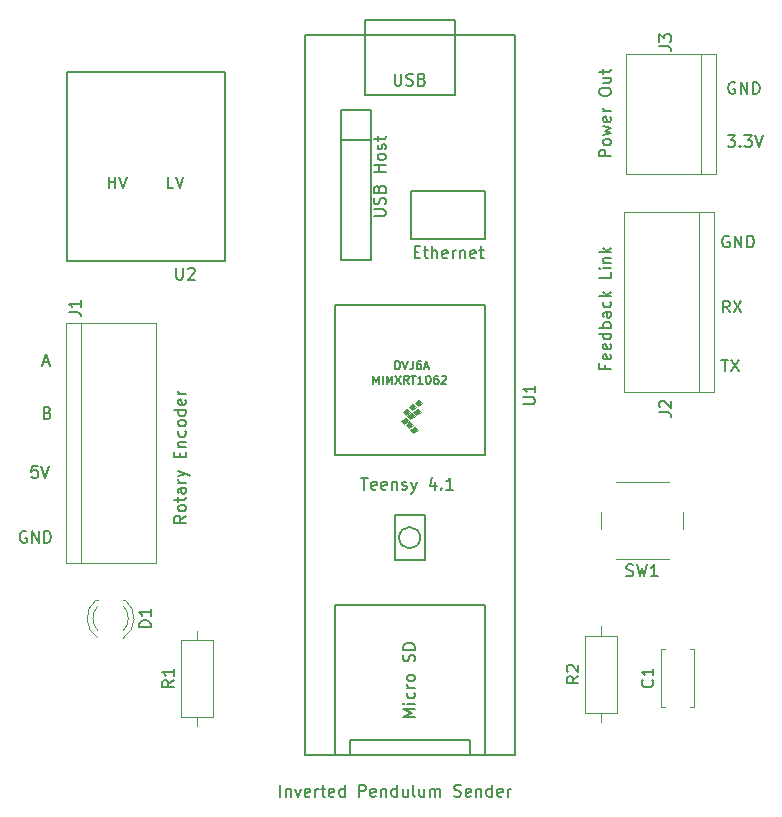
<source format=gbr>
%TF.GenerationSoftware,KiCad,Pcbnew,7.0.7*%
%TF.CreationDate,2023-10-16T12:51:43+02:00*%
%TF.ProjectId,kicad_pendulum_sender1,6b696361-645f-4706-956e-64756c756d5f,1.0*%
%TF.SameCoordinates,Original*%
%TF.FileFunction,Legend,Top*%
%TF.FilePolarity,Positive*%
%FSLAX46Y46*%
G04 Gerber Fmt 4.6, Leading zero omitted, Abs format (unit mm)*
G04 Created by KiCad (PCBNEW 7.0.7) date 2023-10-16 12:51:43*
%MOMM*%
%LPD*%
G01*
G04 APERTURE LIST*
%ADD10C,0.150000*%
%ADD11C,0.120000*%
%ADD12C,0.100000*%
%ADD13C,0.127000*%
G04 APERTURE END LIST*
D10*
X170369819Y-80163220D02*
X169369819Y-80163220D01*
X169369819Y-80163220D02*
X169369819Y-79782268D01*
X169369819Y-79782268D02*
X169417438Y-79687030D01*
X169417438Y-79687030D02*
X169465057Y-79639411D01*
X169465057Y-79639411D02*
X169560295Y-79591792D01*
X169560295Y-79591792D02*
X169703152Y-79591792D01*
X169703152Y-79591792D02*
X169798390Y-79639411D01*
X169798390Y-79639411D02*
X169846009Y-79687030D01*
X169846009Y-79687030D02*
X169893628Y-79782268D01*
X169893628Y-79782268D02*
X169893628Y-80163220D01*
X170369819Y-79020363D02*
X170322200Y-79115601D01*
X170322200Y-79115601D02*
X170274580Y-79163220D01*
X170274580Y-79163220D02*
X170179342Y-79210839D01*
X170179342Y-79210839D02*
X169893628Y-79210839D01*
X169893628Y-79210839D02*
X169798390Y-79163220D01*
X169798390Y-79163220D02*
X169750771Y-79115601D01*
X169750771Y-79115601D02*
X169703152Y-79020363D01*
X169703152Y-79020363D02*
X169703152Y-78877506D01*
X169703152Y-78877506D02*
X169750771Y-78782268D01*
X169750771Y-78782268D02*
X169798390Y-78734649D01*
X169798390Y-78734649D02*
X169893628Y-78687030D01*
X169893628Y-78687030D02*
X170179342Y-78687030D01*
X170179342Y-78687030D02*
X170274580Y-78734649D01*
X170274580Y-78734649D02*
X170322200Y-78782268D01*
X170322200Y-78782268D02*
X170369819Y-78877506D01*
X170369819Y-78877506D02*
X170369819Y-79020363D01*
X169703152Y-78353696D02*
X170369819Y-78163220D01*
X170369819Y-78163220D02*
X169893628Y-77972744D01*
X169893628Y-77972744D02*
X170369819Y-77782268D01*
X170369819Y-77782268D02*
X169703152Y-77591792D01*
X170322200Y-76829887D02*
X170369819Y-76925125D01*
X170369819Y-76925125D02*
X170369819Y-77115601D01*
X170369819Y-77115601D02*
X170322200Y-77210839D01*
X170322200Y-77210839D02*
X170226961Y-77258458D01*
X170226961Y-77258458D02*
X169846009Y-77258458D01*
X169846009Y-77258458D02*
X169750771Y-77210839D01*
X169750771Y-77210839D02*
X169703152Y-77115601D01*
X169703152Y-77115601D02*
X169703152Y-76925125D01*
X169703152Y-76925125D02*
X169750771Y-76829887D01*
X169750771Y-76829887D02*
X169846009Y-76782268D01*
X169846009Y-76782268D02*
X169941247Y-76782268D01*
X169941247Y-76782268D02*
X170036485Y-77258458D01*
X170369819Y-76353696D02*
X169703152Y-76353696D01*
X169893628Y-76353696D02*
X169798390Y-76306077D01*
X169798390Y-76306077D02*
X169750771Y-76258458D01*
X169750771Y-76258458D02*
X169703152Y-76163220D01*
X169703152Y-76163220D02*
X169703152Y-76067982D01*
X169369819Y-74782267D02*
X169369819Y-74591791D01*
X169369819Y-74591791D02*
X169417438Y-74496553D01*
X169417438Y-74496553D02*
X169512676Y-74401315D01*
X169512676Y-74401315D02*
X169703152Y-74353696D01*
X169703152Y-74353696D02*
X170036485Y-74353696D01*
X170036485Y-74353696D02*
X170226961Y-74401315D01*
X170226961Y-74401315D02*
X170322200Y-74496553D01*
X170322200Y-74496553D02*
X170369819Y-74591791D01*
X170369819Y-74591791D02*
X170369819Y-74782267D01*
X170369819Y-74782267D02*
X170322200Y-74877505D01*
X170322200Y-74877505D02*
X170226961Y-74972743D01*
X170226961Y-74972743D02*
X170036485Y-75020362D01*
X170036485Y-75020362D02*
X169703152Y-75020362D01*
X169703152Y-75020362D02*
X169512676Y-74972743D01*
X169512676Y-74972743D02*
X169417438Y-74877505D01*
X169417438Y-74877505D02*
X169369819Y-74782267D01*
X169703152Y-73496553D02*
X170369819Y-73496553D01*
X169703152Y-73925124D02*
X170226961Y-73925124D01*
X170226961Y-73925124D02*
X170322200Y-73877505D01*
X170322200Y-73877505D02*
X170369819Y-73782267D01*
X170369819Y-73782267D02*
X170369819Y-73639410D01*
X170369819Y-73639410D02*
X170322200Y-73544172D01*
X170322200Y-73544172D02*
X170274580Y-73496553D01*
X169703152Y-73163219D02*
X169703152Y-72782267D01*
X169369819Y-73020362D02*
X170226961Y-73020362D01*
X170226961Y-73020362D02*
X170322200Y-72972743D01*
X170322200Y-72972743D02*
X170369819Y-72877505D01*
X170369819Y-72877505D02*
X170369819Y-72782267D01*
X127836779Y-82869819D02*
X127836779Y-81869819D01*
X127836779Y-82346009D02*
X128408207Y-82346009D01*
X128408207Y-82869819D02*
X128408207Y-81869819D01*
X128741541Y-81869819D02*
X129074874Y-82869819D01*
X129074874Y-82869819D02*
X129408207Y-81869819D01*
X180860588Y-73917438D02*
X180765350Y-73869819D01*
X180765350Y-73869819D02*
X180622493Y-73869819D01*
X180622493Y-73869819D02*
X180479636Y-73917438D01*
X180479636Y-73917438D02*
X180384398Y-74012676D01*
X180384398Y-74012676D02*
X180336779Y-74107914D01*
X180336779Y-74107914D02*
X180289160Y-74298390D01*
X180289160Y-74298390D02*
X180289160Y-74441247D01*
X180289160Y-74441247D02*
X180336779Y-74631723D01*
X180336779Y-74631723D02*
X180384398Y-74726961D01*
X180384398Y-74726961D02*
X180479636Y-74822200D01*
X180479636Y-74822200D02*
X180622493Y-74869819D01*
X180622493Y-74869819D02*
X180717731Y-74869819D01*
X180717731Y-74869819D02*
X180860588Y-74822200D01*
X180860588Y-74822200D02*
X180908207Y-74774580D01*
X180908207Y-74774580D02*
X180908207Y-74441247D01*
X180908207Y-74441247D02*
X180717731Y-74441247D01*
X181336779Y-74869819D02*
X181336779Y-73869819D01*
X181336779Y-73869819D02*
X181908207Y-74869819D01*
X181908207Y-74869819D02*
X181908207Y-73869819D01*
X182384398Y-74869819D02*
X182384398Y-73869819D01*
X182384398Y-73869819D02*
X182622493Y-73869819D01*
X182622493Y-73869819D02*
X182765350Y-73917438D01*
X182765350Y-73917438D02*
X182860588Y-74012676D01*
X182860588Y-74012676D02*
X182908207Y-74107914D01*
X182908207Y-74107914D02*
X182955826Y-74298390D01*
X182955826Y-74298390D02*
X182955826Y-74441247D01*
X182955826Y-74441247D02*
X182908207Y-74631723D01*
X182908207Y-74631723D02*
X182860588Y-74726961D01*
X182860588Y-74726961D02*
X182765350Y-74822200D01*
X182765350Y-74822200D02*
X182622493Y-74869819D01*
X182622493Y-74869819D02*
X182384398Y-74869819D01*
X121812969Y-106369819D02*
X121336779Y-106369819D01*
X121336779Y-106369819D02*
X121289160Y-106846009D01*
X121289160Y-106846009D02*
X121336779Y-106798390D01*
X121336779Y-106798390D02*
X121432017Y-106750771D01*
X121432017Y-106750771D02*
X121670112Y-106750771D01*
X121670112Y-106750771D02*
X121765350Y-106798390D01*
X121765350Y-106798390D02*
X121812969Y-106846009D01*
X121812969Y-106846009D02*
X121860588Y-106941247D01*
X121860588Y-106941247D02*
X121860588Y-107179342D01*
X121860588Y-107179342D02*
X121812969Y-107274580D01*
X121812969Y-107274580D02*
X121765350Y-107322200D01*
X121765350Y-107322200D02*
X121670112Y-107369819D01*
X121670112Y-107369819D02*
X121432017Y-107369819D01*
X121432017Y-107369819D02*
X121336779Y-107322200D01*
X121336779Y-107322200D02*
X121289160Y-107274580D01*
X122146303Y-106369819D02*
X122479636Y-107369819D01*
X122479636Y-107369819D02*
X122812969Y-106369819D01*
X180408207Y-93369819D02*
X180074874Y-92893628D01*
X179836779Y-93369819D02*
X179836779Y-92369819D01*
X179836779Y-92369819D02*
X180217731Y-92369819D01*
X180217731Y-92369819D02*
X180312969Y-92417438D01*
X180312969Y-92417438D02*
X180360588Y-92465057D01*
X180360588Y-92465057D02*
X180408207Y-92560295D01*
X180408207Y-92560295D02*
X180408207Y-92703152D01*
X180408207Y-92703152D02*
X180360588Y-92798390D01*
X180360588Y-92798390D02*
X180312969Y-92846009D01*
X180312969Y-92846009D02*
X180217731Y-92893628D01*
X180217731Y-92893628D02*
X179836779Y-92893628D01*
X180741541Y-92369819D02*
X181408207Y-93369819D01*
X181408207Y-92369819D02*
X180741541Y-93369819D01*
X180241541Y-78369819D02*
X180860588Y-78369819D01*
X180860588Y-78369819D02*
X180527255Y-78750771D01*
X180527255Y-78750771D02*
X180670112Y-78750771D01*
X180670112Y-78750771D02*
X180765350Y-78798390D01*
X180765350Y-78798390D02*
X180812969Y-78846009D01*
X180812969Y-78846009D02*
X180860588Y-78941247D01*
X180860588Y-78941247D02*
X180860588Y-79179342D01*
X180860588Y-79179342D02*
X180812969Y-79274580D01*
X180812969Y-79274580D02*
X180765350Y-79322200D01*
X180765350Y-79322200D02*
X180670112Y-79369819D01*
X180670112Y-79369819D02*
X180384398Y-79369819D01*
X180384398Y-79369819D02*
X180289160Y-79322200D01*
X180289160Y-79322200D02*
X180241541Y-79274580D01*
X181289160Y-79274580D02*
X181336779Y-79322200D01*
X181336779Y-79322200D02*
X181289160Y-79369819D01*
X181289160Y-79369819D02*
X181241541Y-79322200D01*
X181241541Y-79322200D02*
X181289160Y-79274580D01*
X181289160Y-79274580D02*
X181289160Y-79369819D01*
X181670112Y-78369819D02*
X182289159Y-78369819D01*
X182289159Y-78369819D02*
X181955826Y-78750771D01*
X181955826Y-78750771D02*
X182098683Y-78750771D01*
X182098683Y-78750771D02*
X182193921Y-78798390D01*
X182193921Y-78798390D02*
X182241540Y-78846009D01*
X182241540Y-78846009D02*
X182289159Y-78941247D01*
X182289159Y-78941247D02*
X182289159Y-79179342D01*
X182289159Y-79179342D02*
X182241540Y-79274580D01*
X182241540Y-79274580D02*
X182193921Y-79322200D01*
X182193921Y-79322200D02*
X182098683Y-79369819D01*
X182098683Y-79369819D02*
X181812969Y-79369819D01*
X181812969Y-79369819D02*
X181717731Y-79322200D01*
X181717731Y-79322200D02*
X181670112Y-79274580D01*
X182574874Y-78369819D02*
X182908207Y-79369819D01*
X182908207Y-79369819D02*
X183241540Y-78369819D01*
X122289160Y-97584104D02*
X122765350Y-97584104D01*
X122193922Y-97869819D02*
X122527255Y-96869819D01*
X122527255Y-96869819D02*
X122860588Y-97869819D01*
X142336779Y-134369819D02*
X142336779Y-133369819D01*
X142812969Y-133703152D02*
X142812969Y-134369819D01*
X142812969Y-133798390D02*
X142860588Y-133750771D01*
X142860588Y-133750771D02*
X142955826Y-133703152D01*
X142955826Y-133703152D02*
X143098683Y-133703152D01*
X143098683Y-133703152D02*
X143193921Y-133750771D01*
X143193921Y-133750771D02*
X143241540Y-133846009D01*
X143241540Y-133846009D02*
X143241540Y-134369819D01*
X143622493Y-133703152D02*
X143860588Y-134369819D01*
X143860588Y-134369819D02*
X144098683Y-133703152D01*
X144860588Y-134322200D02*
X144765350Y-134369819D01*
X144765350Y-134369819D02*
X144574874Y-134369819D01*
X144574874Y-134369819D02*
X144479636Y-134322200D01*
X144479636Y-134322200D02*
X144432017Y-134226961D01*
X144432017Y-134226961D02*
X144432017Y-133846009D01*
X144432017Y-133846009D02*
X144479636Y-133750771D01*
X144479636Y-133750771D02*
X144574874Y-133703152D01*
X144574874Y-133703152D02*
X144765350Y-133703152D01*
X144765350Y-133703152D02*
X144860588Y-133750771D01*
X144860588Y-133750771D02*
X144908207Y-133846009D01*
X144908207Y-133846009D02*
X144908207Y-133941247D01*
X144908207Y-133941247D02*
X144432017Y-134036485D01*
X145336779Y-134369819D02*
X145336779Y-133703152D01*
X145336779Y-133893628D02*
X145384398Y-133798390D01*
X145384398Y-133798390D02*
X145432017Y-133750771D01*
X145432017Y-133750771D02*
X145527255Y-133703152D01*
X145527255Y-133703152D02*
X145622493Y-133703152D01*
X145812970Y-133703152D02*
X146193922Y-133703152D01*
X145955827Y-133369819D02*
X145955827Y-134226961D01*
X145955827Y-134226961D02*
X146003446Y-134322200D01*
X146003446Y-134322200D02*
X146098684Y-134369819D01*
X146098684Y-134369819D02*
X146193922Y-134369819D01*
X146908208Y-134322200D02*
X146812970Y-134369819D01*
X146812970Y-134369819D02*
X146622494Y-134369819D01*
X146622494Y-134369819D02*
X146527256Y-134322200D01*
X146527256Y-134322200D02*
X146479637Y-134226961D01*
X146479637Y-134226961D02*
X146479637Y-133846009D01*
X146479637Y-133846009D02*
X146527256Y-133750771D01*
X146527256Y-133750771D02*
X146622494Y-133703152D01*
X146622494Y-133703152D02*
X146812970Y-133703152D01*
X146812970Y-133703152D02*
X146908208Y-133750771D01*
X146908208Y-133750771D02*
X146955827Y-133846009D01*
X146955827Y-133846009D02*
X146955827Y-133941247D01*
X146955827Y-133941247D02*
X146479637Y-134036485D01*
X147812970Y-134369819D02*
X147812970Y-133369819D01*
X147812970Y-134322200D02*
X147717732Y-134369819D01*
X147717732Y-134369819D02*
X147527256Y-134369819D01*
X147527256Y-134369819D02*
X147432018Y-134322200D01*
X147432018Y-134322200D02*
X147384399Y-134274580D01*
X147384399Y-134274580D02*
X147336780Y-134179342D01*
X147336780Y-134179342D02*
X147336780Y-133893628D01*
X147336780Y-133893628D02*
X147384399Y-133798390D01*
X147384399Y-133798390D02*
X147432018Y-133750771D01*
X147432018Y-133750771D02*
X147527256Y-133703152D01*
X147527256Y-133703152D02*
X147717732Y-133703152D01*
X147717732Y-133703152D02*
X147812970Y-133750771D01*
X149051066Y-134369819D02*
X149051066Y-133369819D01*
X149051066Y-133369819D02*
X149432018Y-133369819D01*
X149432018Y-133369819D02*
X149527256Y-133417438D01*
X149527256Y-133417438D02*
X149574875Y-133465057D01*
X149574875Y-133465057D02*
X149622494Y-133560295D01*
X149622494Y-133560295D02*
X149622494Y-133703152D01*
X149622494Y-133703152D02*
X149574875Y-133798390D01*
X149574875Y-133798390D02*
X149527256Y-133846009D01*
X149527256Y-133846009D02*
X149432018Y-133893628D01*
X149432018Y-133893628D02*
X149051066Y-133893628D01*
X150432018Y-134322200D02*
X150336780Y-134369819D01*
X150336780Y-134369819D02*
X150146304Y-134369819D01*
X150146304Y-134369819D02*
X150051066Y-134322200D01*
X150051066Y-134322200D02*
X150003447Y-134226961D01*
X150003447Y-134226961D02*
X150003447Y-133846009D01*
X150003447Y-133846009D02*
X150051066Y-133750771D01*
X150051066Y-133750771D02*
X150146304Y-133703152D01*
X150146304Y-133703152D02*
X150336780Y-133703152D01*
X150336780Y-133703152D02*
X150432018Y-133750771D01*
X150432018Y-133750771D02*
X150479637Y-133846009D01*
X150479637Y-133846009D02*
X150479637Y-133941247D01*
X150479637Y-133941247D02*
X150003447Y-134036485D01*
X150908209Y-133703152D02*
X150908209Y-134369819D01*
X150908209Y-133798390D02*
X150955828Y-133750771D01*
X150955828Y-133750771D02*
X151051066Y-133703152D01*
X151051066Y-133703152D02*
X151193923Y-133703152D01*
X151193923Y-133703152D02*
X151289161Y-133750771D01*
X151289161Y-133750771D02*
X151336780Y-133846009D01*
X151336780Y-133846009D02*
X151336780Y-134369819D01*
X152241542Y-134369819D02*
X152241542Y-133369819D01*
X152241542Y-134322200D02*
X152146304Y-134369819D01*
X152146304Y-134369819D02*
X151955828Y-134369819D01*
X151955828Y-134369819D02*
X151860590Y-134322200D01*
X151860590Y-134322200D02*
X151812971Y-134274580D01*
X151812971Y-134274580D02*
X151765352Y-134179342D01*
X151765352Y-134179342D02*
X151765352Y-133893628D01*
X151765352Y-133893628D02*
X151812971Y-133798390D01*
X151812971Y-133798390D02*
X151860590Y-133750771D01*
X151860590Y-133750771D02*
X151955828Y-133703152D01*
X151955828Y-133703152D02*
X152146304Y-133703152D01*
X152146304Y-133703152D02*
X152241542Y-133750771D01*
X153146304Y-133703152D02*
X153146304Y-134369819D01*
X152717733Y-133703152D02*
X152717733Y-134226961D01*
X152717733Y-134226961D02*
X152765352Y-134322200D01*
X152765352Y-134322200D02*
X152860590Y-134369819D01*
X152860590Y-134369819D02*
X153003447Y-134369819D01*
X153003447Y-134369819D02*
X153098685Y-134322200D01*
X153098685Y-134322200D02*
X153146304Y-134274580D01*
X153765352Y-134369819D02*
X153670114Y-134322200D01*
X153670114Y-134322200D02*
X153622495Y-134226961D01*
X153622495Y-134226961D02*
X153622495Y-133369819D01*
X154574876Y-133703152D02*
X154574876Y-134369819D01*
X154146305Y-133703152D02*
X154146305Y-134226961D01*
X154146305Y-134226961D02*
X154193924Y-134322200D01*
X154193924Y-134322200D02*
X154289162Y-134369819D01*
X154289162Y-134369819D02*
X154432019Y-134369819D01*
X154432019Y-134369819D02*
X154527257Y-134322200D01*
X154527257Y-134322200D02*
X154574876Y-134274580D01*
X155051067Y-134369819D02*
X155051067Y-133703152D01*
X155051067Y-133798390D02*
X155098686Y-133750771D01*
X155098686Y-133750771D02*
X155193924Y-133703152D01*
X155193924Y-133703152D02*
X155336781Y-133703152D01*
X155336781Y-133703152D02*
X155432019Y-133750771D01*
X155432019Y-133750771D02*
X155479638Y-133846009D01*
X155479638Y-133846009D02*
X155479638Y-134369819D01*
X155479638Y-133846009D02*
X155527257Y-133750771D01*
X155527257Y-133750771D02*
X155622495Y-133703152D01*
X155622495Y-133703152D02*
X155765352Y-133703152D01*
X155765352Y-133703152D02*
X155860591Y-133750771D01*
X155860591Y-133750771D02*
X155908210Y-133846009D01*
X155908210Y-133846009D02*
X155908210Y-134369819D01*
X157098686Y-134322200D02*
X157241543Y-134369819D01*
X157241543Y-134369819D02*
X157479638Y-134369819D01*
X157479638Y-134369819D02*
X157574876Y-134322200D01*
X157574876Y-134322200D02*
X157622495Y-134274580D01*
X157622495Y-134274580D02*
X157670114Y-134179342D01*
X157670114Y-134179342D02*
X157670114Y-134084104D01*
X157670114Y-134084104D02*
X157622495Y-133988866D01*
X157622495Y-133988866D02*
X157574876Y-133941247D01*
X157574876Y-133941247D02*
X157479638Y-133893628D01*
X157479638Y-133893628D02*
X157289162Y-133846009D01*
X157289162Y-133846009D02*
X157193924Y-133798390D01*
X157193924Y-133798390D02*
X157146305Y-133750771D01*
X157146305Y-133750771D02*
X157098686Y-133655533D01*
X157098686Y-133655533D02*
X157098686Y-133560295D01*
X157098686Y-133560295D02*
X157146305Y-133465057D01*
X157146305Y-133465057D02*
X157193924Y-133417438D01*
X157193924Y-133417438D02*
X157289162Y-133369819D01*
X157289162Y-133369819D02*
X157527257Y-133369819D01*
X157527257Y-133369819D02*
X157670114Y-133417438D01*
X158479638Y-134322200D02*
X158384400Y-134369819D01*
X158384400Y-134369819D02*
X158193924Y-134369819D01*
X158193924Y-134369819D02*
X158098686Y-134322200D01*
X158098686Y-134322200D02*
X158051067Y-134226961D01*
X158051067Y-134226961D02*
X158051067Y-133846009D01*
X158051067Y-133846009D02*
X158098686Y-133750771D01*
X158098686Y-133750771D02*
X158193924Y-133703152D01*
X158193924Y-133703152D02*
X158384400Y-133703152D01*
X158384400Y-133703152D02*
X158479638Y-133750771D01*
X158479638Y-133750771D02*
X158527257Y-133846009D01*
X158527257Y-133846009D02*
X158527257Y-133941247D01*
X158527257Y-133941247D02*
X158051067Y-134036485D01*
X158955829Y-133703152D02*
X158955829Y-134369819D01*
X158955829Y-133798390D02*
X159003448Y-133750771D01*
X159003448Y-133750771D02*
X159098686Y-133703152D01*
X159098686Y-133703152D02*
X159241543Y-133703152D01*
X159241543Y-133703152D02*
X159336781Y-133750771D01*
X159336781Y-133750771D02*
X159384400Y-133846009D01*
X159384400Y-133846009D02*
X159384400Y-134369819D01*
X160289162Y-134369819D02*
X160289162Y-133369819D01*
X160289162Y-134322200D02*
X160193924Y-134369819D01*
X160193924Y-134369819D02*
X160003448Y-134369819D01*
X160003448Y-134369819D02*
X159908210Y-134322200D01*
X159908210Y-134322200D02*
X159860591Y-134274580D01*
X159860591Y-134274580D02*
X159812972Y-134179342D01*
X159812972Y-134179342D02*
X159812972Y-133893628D01*
X159812972Y-133893628D02*
X159860591Y-133798390D01*
X159860591Y-133798390D02*
X159908210Y-133750771D01*
X159908210Y-133750771D02*
X160003448Y-133703152D01*
X160003448Y-133703152D02*
X160193924Y-133703152D01*
X160193924Y-133703152D02*
X160289162Y-133750771D01*
X161146305Y-134322200D02*
X161051067Y-134369819D01*
X161051067Y-134369819D02*
X160860591Y-134369819D01*
X160860591Y-134369819D02*
X160765353Y-134322200D01*
X160765353Y-134322200D02*
X160717734Y-134226961D01*
X160717734Y-134226961D02*
X160717734Y-133846009D01*
X160717734Y-133846009D02*
X160765353Y-133750771D01*
X160765353Y-133750771D02*
X160860591Y-133703152D01*
X160860591Y-133703152D02*
X161051067Y-133703152D01*
X161051067Y-133703152D02*
X161146305Y-133750771D01*
X161146305Y-133750771D02*
X161193924Y-133846009D01*
X161193924Y-133846009D02*
X161193924Y-133941247D01*
X161193924Y-133941247D02*
X160717734Y-134036485D01*
X161622496Y-134369819D02*
X161622496Y-133703152D01*
X161622496Y-133893628D02*
X161670115Y-133798390D01*
X161670115Y-133798390D02*
X161717734Y-133750771D01*
X161717734Y-133750771D02*
X161812972Y-133703152D01*
X161812972Y-133703152D02*
X161908210Y-133703152D01*
X169846009Y-97829887D02*
X169846009Y-98163220D01*
X170369819Y-98163220D02*
X169369819Y-98163220D01*
X169369819Y-98163220D02*
X169369819Y-97687030D01*
X170322200Y-96925125D02*
X170369819Y-97020363D01*
X170369819Y-97020363D02*
X170369819Y-97210839D01*
X170369819Y-97210839D02*
X170322200Y-97306077D01*
X170322200Y-97306077D02*
X170226961Y-97353696D01*
X170226961Y-97353696D02*
X169846009Y-97353696D01*
X169846009Y-97353696D02*
X169750771Y-97306077D01*
X169750771Y-97306077D02*
X169703152Y-97210839D01*
X169703152Y-97210839D02*
X169703152Y-97020363D01*
X169703152Y-97020363D02*
X169750771Y-96925125D01*
X169750771Y-96925125D02*
X169846009Y-96877506D01*
X169846009Y-96877506D02*
X169941247Y-96877506D01*
X169941247Y-96877506D02*
X170036485Y-97353696D01*
X170322200Y-96067982D02*
X170369819Y-96163220D01*
X170369819Y-96163220D02*
X170369819Y-96353696D01*
X170369819Y-96353696D02*
X170322200Y-96448934D01*
X170322200Y-96448934D02*
X170226961Y-96496553D01*
X170226961Y-96496553D02*
X169846009Y-96496553D01*
X169846009Y-96496553D02*
X169750771Y-96448934D01*
X169750771Y-96448934D02*
X169703152Y-96353696D01*
X169703152Y-96353696D02*
X169703152Y-96163220D01*
X169703152Y-96163220D02*
X169750771Y-96067982D01*
X169750771Y-96067982D02*
X169846009Y-96020363D01*
X169846009Y-96020363D02*
X169941247Y-96020363D01*
X169941247Y-96020363D02*
X170036485Y-96496553D01*
X170369819Y-95163220D02*
X169369819Y-95163220D01*
X170322200Y-95163220D02*
X170369819Y-95258458D01*
X170369819Y-95258458D02*
X170369819Y-95448934D01*
X170369819Y-95448934D02*
X170322200Y-95544172D01*
X170322200Y-95544172D02*
X170274580Y-95591791D01*
X170274580Y-95591791D02*
X170179342Y-95639410D01*
X170179342Y-95639410D02*
X169893628Y-95639410D01*
X169893628Y-95639410D02*
X169798390Y-95591791D01*
X169798390Y-95591791D02*
X169750771Y-95544172D01*
X169750771Y-95544172D02*
X169703152Y-95448934D01*
X169703152Y-95448934D02*
X169703152Y-95258458D01*
X169703152Y-95258458D02*
X169750771Y-95163220D01*
X170369819Y-94687029D02*
X169369819Y-94687029D01*
X169750771Y-94687029D02*
X169703152Y-94591791D01*
X169703152Y-94591791D02*
X169703152Y-94401315D01*
X169703152Y-94401315D02*
X169750771Y-94306077D01*
X169750771Y-94306077D02*
X169798390Y-94258458D01*
X169798390Y-94258458D02*
X169893628Y-94210839D01*
X169893628Y-94210839D02*
X170179342Y-94210839D01*
X170179342Y-94210839D02*
X170274580Y-94258458D01*
X170274580Y-94258458D02*
X170322200Y-94306077D01*
X170322200Y-94306077D02*
X170369819Y-94401315D01*
X170369819Y-94401315D02*
X170369819Y-94591791D01*
X170369819Y-94591791D02*
X170322200Y-94687029D01*
X170369819Y-93353696D02*
X169846009Y-93353696D01*
X169846009Y-93353696D02*
X169750771Y-93401315D01*
X169750771Y-93401315D02*
X169703152Y-93496553D01*
X169703152Y-93496553D02*
X169703152Y-93687029D01*
X169703152Y-93687029D02*
X169750771Y-93782267D01*
X170322200Y-93353696D02*
X170369819Y-93448934D01*
X170369819Y-93448934D02*
X170369819Y-93687029D01*
X170369819Y-93687029D02*
X170322200Y-93782267D01*
X170322200Y-93782267D02*
X170226961Y-93829886D01*
X170226961Y-93829886D02*
X170131723Y-93829886D01*
X170131723Y-93829886D02*
X170036485Y-93782267D01*
X170036485Y-93782267D02*
X169988866Y-93687029D01*
X169988866Y-93687029D02*
X169988866Y-93448934D01*
X169988866Y-93448934D02*
X169941247Y-93353696D01*
X170322200Y-92448934D02*
X170369819Y-92544172D01*
X170369819Y-92544172D02*
X170369819Y-92734648D01*
X170369819Y-92734648D02*
X170322200Y-92829886D01*
X170322200Y-92829886D02*
X170274580Y-92877505D01*
X170274580Y-92877505D02*
X170179342Y-92925124D01*
X170179342Y-92925124D02*
X169893628Y-92925124D01*
X169893628Y-92925124D02*
X169798390Y-92877505D01*
X169798390Y-92877505D02*
X169750771Y-92829886D01*
X169750771Y-92829886D02*
X169703152Y-92734648D01*
X169703152Y-92734648D02*
X169703152Y-92544172D01*
X169703152Y-92544172D02*
X169750771Y-92448934D01*
X170369819Y-92020362D02*
X169369819Y-92020362D01*
X169988866Y-91925124D02*
X170369819Y-91639410D01*
X169703152Y-91639410D02*
X170084104Y-92020362D01*
X170369819Y-89972743D02*
X170369819Y-90448933D01*
X170369819Y-90448933D02*
X169369819Y-90448933D01*
X170369819Y-89639409D02*
X169703152Y-89639409D01*
X169369819Y-89639409D02*
X169417438Y-89687028D01*
X169417438Y-89687028D02*
X169465057Y-89639409D01*
X169465057Y-89639409D02*
X169417438Y-89591790D01*
X169417438Y-89591790D02*
X169369819Y-89639409D01*
X169369819Y-89639409D02*
X169465057Y-89639409D01*
X169703152Y-89163219D02*
X170369819Y-89163219D01*
X169798390Y-89163219D02*
X169750771Y-89115600D01*
X169750771Y-89115600D02*
X169703152Y-89020362D01*
X169703152Y-89020362D02*
X169703152Y-88877505D01*
X169703152Y-88877505D02*
X169750771Y-88782267D01*
X169750771Y-88782267D02*
X169846009Y-88734648D01*
X169846009Y-88734648D02*
X170369819Y-88734648D01*
X170369819Y-88258457D02*
X169369819Y-88258457D01*
X169988866Y-88163219D02*
X170369819Y-87877505D01*
X169703152Y-87877505D02*
X170084104Y-88258457D01*
X122670112Y-101846009D02*
X122812969Y-101893628D01*
X122812969Y-101893628D02*
X122860588Y-101941247D01*
X122860588Y-101941247D02*
X122908207Y-102036485D01*
X122908207Y-102036485D02*
X122908207Y-102179342D01*
X122908207Y-102179342D02*
X122860588Y-102274580D01*
X122860588Y-102274580D02*
X122812969Y-102322200D01*
X122812969Y-102322200D02*
X122717731Y-102369819D01*
X122717731Y-102369819D02*
X122336779Y-102369819D01*
X122336779Y-102369819D02*
X122336779Y-101369819D01*
X122336779Y-101369819D02*
X122670112Y-101369819D01*
X122670112Y-101369819D02*
X122765350Y-101417438D01*
X122765350Y-101417438D02*
X122812969Y-101465057D01*
X122812969Y-101465057D02*
X122860588Y-101560295D01*
X122860588Y-101560295D02*
X122860588Y-101655533D01*
X122860588Y-101655533D02*
X122812969Y-101750771D01*
X122812969Y-101750771D02*
X122765350Y-101798390D01*
X122765350Y-101798390D02*
X122670112Y-101846009D01*
X122670112Y-101846009D02*
X122336779Y-101846009D01*
X179693922Y-97369819D02*
X180265350Y-97369819D01*
X179979636Y-98369819D02*
X179979636Y-97369819D01*
X180503446Y-97369819D02*
X181170112Y-98369819D01*
X181170112Y-97369819D02*
X180503446Y-98369819D01*
X133312969Y-82869819D02*
X132836779Y-82869819D01*
X132836779Y-82869819D02*
X132836779Y-81869819D01*
X133503446Y-81869819D02*
X133836779Y-82869819D01*
X133836779Y-82869819D02*
X134170112Y-81869819D01*
X120860588Y-111917438D02*
X120765350Y-111869819D01*
X120765350Y-111869819D02*
X120622493Y-111869819D01*
X120622493Y-111869819D02*
X120479636Y-111917438D01*
X120479636Y-111917438D02*
X120384398Y-112012676D01*
X120384398Y-112012676D02*
X120336779Y-112107914D01*
X120336779Y-112107914D02*
X120289160Y-112298390D01*
X120289160Y-112298390D02*
X120289160Y-112441247D01*
X120289160Y-112441247D02*
X120336779Y-112631723D01*
X120336779Y-112631723D02*
X120384398Y-112726961D01*
X120384398Y-112726961D02*
X120479636Y-112822200D01*
X120479636Y-112822200D02*
X120622493Y-112869819D01*
X120622493Y-112869819D02*
X120717731Y-112869819D01*
X120717731Y-112869819D02*
X120860588Y-112822200D01*
X120860588Y-112822200D02*
X120908207Y-112774580D01*
X120908207Y-112774580D02*
X120908207Y-112441247D01*
X120908207Y-112441247D02*
X120717731Y-112441247D01*
X121336779Y-112869819D02*
X121336779Y-111869819D01*
X121336779Y-111869819D02*
X121908207Y-112869819D01*
X121908207Y-112869819D02*
X121908207Y-111869819D01*
X122384398Y-112869819D02*
X122384398Y-111869819D01*
X122384398Y-111869819D02*
X122622493Y-111869819D01*
X122622493Y-111869819D02*
X122765350Y-111917438D01*
X122765350Y-111917438D02*
X122860588Y-112012676D01*
X122860588Y-112012676D02*
X122908207Y-112107914D01*
X122908207Y-112107914D02*
X122955826Y-112298390D01*
X122955826Y-112298390D02*
X122955826Y-112441247D01*
X122955826Y-112441247D02*
X122908207Y-112631723D01*
X122908207Y-112631723D02*
X122860588Y-112726961D01*
X122860588Y-112726961D02*
X122765350Y-112822200D01*
X122765350Y-112822200D02*
X122622493Y-112869819D01*
X122622493Y-112869819D02*
X122384398Y-112869819D01*
X180360588Y-86917438D02*
X180265350Y-86869819D01*
X180265350Y-86869819D02*
X180122493Y-86869819D01*
X180122493Y-86869819D02*
X179979636Y-86917438D01*
X179979636Y-86917438D02*
X179884398Y-87012676D01*
X179884398Y-87012676D02*
X179836779Y-87107914D01*
X179836779Y-87107914D02*
X179789160Y-87298390D01*
X179789160Y-87298390D02*
X179789160Y-87441247D01*
X179789160Y-87441247D02*
X179836779Y-87631723D01*
X179836779Y-87631723D02*
X179884398Y-87726961D01*
X179884398Y-87726961D02*
X179979636Y-87822200D01*
X179979636Y-87822200D02*
X180122493Y-87869819D01*
X180122493Y-87869819D02*
X180217731Y-87869819D01*
X180217731Y-87869819D02*
X180360588Y-87822200D01*
X180360588Y-87822200D02*
X180408207Y-87774580D01*
X180408207Y-87774580D02*
X180408207Y-87441247D01*
X180408207Y-87441247D02*
X180217731Y-87441247D01*
X180836779Y-87869819D02*
X180836779Y-86869819D01*
X180836779Y-86869819D02*
X181408207Y-87869819D01*
X181408207Y-87869819D02*
X181408207Y-86869819D01*
X181884398Y-87869819D02*
X181884398Y-86869819D01*
X181884398Y-86869819D02*
X182122493Y-86869819D01*
X182122493Y-86869819D02*
X182265350Y-86917438D01*
X182265350Y-86917438D02*
X182360588Y-87012676D01*
X182360588Y-87012676D02*
X182408207Y-87107914D01*
X182408207Y-87107914D02*
X182455826Y-87298390D01*
X182455826Y-87298390D02*
X182455826Y-87441247D01*
X182455826Y-87441247D02*
X182408207Y-87631723D01*
X182408207Y-87631723D02*
X182360588Y-87726961D01*
X182360588Y-87726961D02*
X182265350Y-87822200D01*
X182265350Y-87822200D02*
X182122493Y-87869819D01*
X182122493Y-87869819D02*
X181884398Y-87869819D01*
X149193922Y-107369819D02*
X149765350Y-107369819D01*
X149479636Y-108369819D02*
X149479636Y-107369819D01*
X150479636Y-108322200D02*
X150384398Y-108369819D01*
X150384398Y-108369819D02*
X150193922Y-108369819D01*
X150193922Y-108369819D02*
X150098684Y-108322200D01*
X150098684Y-108322200D02*
X150051065Y-108226961D01*
X150051065Y-108226961D02*
X150051065Y-107846009D01*
X150051065Y-107846009D02*
X150098684Y-107750771D01*
X150098684Y-107750771D02*
X150193922Y-107703152D01*
X150193922Y-107703152D02*
X150384398Y-107703152D01*
X150384398Y-107703152D02*
X150479636Y-107750771D01*
X150479636Y-107750771D02*
X150527255Y-107846009D01*
X150527255Y-107846009D02*
X150527255Y-107941247D01*
X150527255Y-107941247D02*
X150051065Y-108036485D01*
X151336779Y-108322200D02*
X151241541Y-108369819D01*
X151241541Y-108369819D02*
X151051065Y-108369819D01*
X151051065Y-108369819D02*
X150955827Y-108322200D01*
X150955827Y-108322200D02*
X150908208Y-108226961D01*
X150908208Y-108226961D02*
X150908208Y-107846009D01*
X150908208Y-107846009D02*
X150955827Y-107750771D01*
X150955827Y-107750771D02*
X151051065Y-107703152D01*
X151051065Y-107703152D02*
X151241541Y-107703152D01*
X151241541Y-107703152D02*
X151336779Y-107750771D01*
X151336779Y-107750771D02*
X151384398Y-107846009D01*
X151384398Y-107846009D02*
X151384398Y-107941247D01*
X151384398Y-107941247D02*
X150908208Y-108036485D01*
X151812970Y-107703152D02*
X151812970Y-108369819D01*
X151812970Y-107798390D02*
X151860589Y-107750771D01*
X151860589Y-107750771D02*
X151955827Y-107703152D01*
X151955827Y-107703152D02*
X152098684Y-107703152D01*
X152098684Y-107703152D02*
X152193922Y-107750771D01*
X152193922Y-107750771D02*
X152241541Y-107846009D01*
X152241541Y-107846009D02*
X152241541Y-108369819D01*
X152670113Y-108322200D02*
X152765351Y-108369819D01*
X152765351Y-108369819D02*
X152955827Y-108369819D01*
X152955827Y-108369819D02*
X153051065Y-108322200D01*
X153051065Y-108322200D02*
X153098684Y-108226961D01*
X153098684Y-108226961D02*
X153098684Y-108179342D01*
X153098684Y-108179342D02*
X153051065Y-108084104D01*
X153051065Y-108084104D02*
X152955827Y-108036485D01*
X152955827Y-108036485D02*
X152812970Y-108036485D01*
X152812970Y-108036485D02*
X152717732Y-107988866D01*
X152717732Y-107988866D02*
X152670113Y-107893628D01*
X152670113Y-107893628D02*
X152670113Y-107846009D01*
X152670113Y-107846009D02*
X152717732Y-107750771D01*
X152717732Y-107750771D02*
X152812970Y-107703152D01*
X152812970Y-107703152D02*
X152955827Y-107703152D01*
X152955827Y-107703152D02*
X153051065Y-107750771D01*
X153432018Y-107703152D02*
X153670113Y-108369819D01*
X153908208Y-107703152D02*
X153670113Y-108369819D01*
X153670113Y-108369819D02*
X153574875Y-108607914D01*
X153574875Y-108607914D02*
X153527256Y-108655533D01*
X153527256Y-108655533D02*
X153432018Y-108703152D01*
X155479637Y-107703152D02*
X155479637Y-108369819D01*
X155241542Y-107322200D02*
X155003447Y-108036485D01*
X155003447Y-108036485D02*
X155622494Y-108036485D01*
X156003447Y-108274580D02*
X156051066Y-108322200D01*
X156051066Y-108322200D02*
X156003447Y-108369819D01*
X156003447Y-108369819D02*
X155955828Y-108322200D01*
X155955828Y-108322200D02*
X156003447Y-108274580D01*
X156003447Y-108274580D02*
X156003447Y-108369819D01*
X157003446Y-108369819D02*
X156432018Y-108369819D01*
X156717732Y-108369819D02*
X156717732Y-107369819D01*
X156717732Y-107369819D02*
X156622494Y-107512676D01*
X156622494Y-107512676D02*
X156527256Y-107607914D01*
X156527256Y-107607914D02*
X156432018Y-107655533D01*
X134369819Y-110591792D02*
X133893628Y-110925125D01*
X134369819Y-111163220D02*
X133369819Y-111163220D01*
X133369819Y-111163220D02*
X133369819Y-110782268D01*
X133369819Y-110782268D02*
X133417438Y-110687030D01*
X133417438Y-110687030D02*
X133465057Y-110639411D01*
X133465057Y-110639411D02*
X133560295Y-110591792D01*
X133560295Y-110591792D02*
X133703152Y-110591792D01*
X133703152Y-110591792D02*
X133798390Y-110639411D01*
X133798390Y-110639411D02*
X133846009Y-110687030D01*
X133846009Y-110687030D02*
X133893628Y-110782268D01*
X133893628Y-110782268D02*
X133893628Y-111163220D01*
X134369819Y-110020363D02*
X134322200Y-110115601D01*
X134322200Y-110115601D02*
X134274580Y-110163220D01*
X134274580Y-110163220D02*
X134179342Y-110210839D01*
X134179342Y-110210839D02*
X133893628Y-110210839D01*
X133893628Y-110210839D02*
X133798390Y-110163220D01*
X133798390Y-110163220D02*
X133750771Y-110115601D01*
X133750771Y-110115601D02*
X133703152Y-110020363D01*
X133703152Y-110020363D02*
X133703152Y-109877506D01*
X133703152Y-109877506D02*
X133750771Y-109782268D01*
X133750771Y-109782268D02*
X133798390Y-109734649D01*
X133798390Y-109734649D02*
X133893628Y-109687030D01*
X133893628Y-109687030D02*
X134179342Y-109687030D01*
X134179342Y-109687030D02*
X134274580Y-109734649D01*
X134274580Y-109734649D02*
X134322200Y-109782268D01*
X134322200Y-109782268D02*
X134369819Y-109877506D01*
X134369819Y-109877506D02*
X134369819Y-110020363D01*
X133703152Y-109401315D02*
X133703152Y-109020363D01*
X133369819Y-109258458D02*
X134226961Y-109258458D01*
X134226961Y-109258458D02*
X134322200Y-109210839D01*
X134322200Y-109210839D02*
X134369819Y-109115601D01*
X134369819Y-109115601D02*
X134369819Y-109020363D01*
X134369819Y-108258458D02*
X133846009Y-108258458D01*
X133846009Y-108258458D02*
X133750771Y-108306077D01*
X133750771Y-108306077D02*
X133703152Y-108401315D01*
X133703152Y-108401315D02*
X133703152Y-108591791D01*
X133703152Y-108591791D02*
X133750771Y-108687029D01*
X134322200Y-108258458D02*
X134369819Y-108353696D01*
X134369819Y-108353696D02*
X134369819Y-108591791D01*
X134369819Y-108591791D02*
X134322200Y-108687029D01*
X134322200Y-108687029D02*
X134226961Y-108734648D01*
X134226961Y-108734648D02*
X134131723Y-108734648D01*
X134131723Y-108734648D02*
X134036485Y-108687029D01*
X134036485Y-108687029D02*
X133988866Y-108591791D01*
X133988866Y-108591791D02*
X133988866Y-108353696D01*
X133988866Y-108353696D02*
X133941247Y-108258458D01*
X134369819Y-107782267D02*
X133703152Y-107782267D01*
X133893628Y-107782267D02*
X133798390Y-107734648D01*
X133798390Y-107734648D02*
X133750771Y-107687029D01*
X133750771Y-107687029D02*
X133703152Y-107591791D01*
X133703152Y-107591791D02*
X133703152Y-107496553D01*
X133703152Y-107258457D02*
X134369819Y-107020362D01*
X133703152Y-106782267D02*
X134369819Y-107020362D01*
X134369819Y-107020362D02*
X134607914Y-107115600D01*
X134607914Y-107115600D02*
X134655533Y-107163219D01*
X134655533Y-107163219D02*
X134703152Y-107258457D01*
X133846009Y-105639409D02*
X133846009Y-105306076D01*
X134369819Y-105163219D02*
X134369819Y-105639409D01*
X134369819Y-105639409D02*
X133369819Y-105639409D01*
X133369819Y-105639409D02*
X133369819Y-105163219D01*
X133703152Y-104734647D02*
X134369819Y-104734647D01*
X133798390Y-104734647D02*
X133750771Y-104687028D01*
X133750771Y-104687028D02*
X133703152Y-104591790D01*
X133703152Y-104591790D02*
X133703152Y-104448933D01*
X133703152Y-104448933D02*
X133750771Y-104353695D01*
X133750771Y-104353695D02*
X133846009Y-104306076D01*
X133846009Y-104306076D02*
X134369819Y-104306076D01*
X134322200Y-103401314D02*
X134369819Y-103496552D01*
X134369819Y-103496552D02*
X134369819Y-103687028D01*
X134369819Y-103687028D02*
X134322200Y-103782266D01*
X134322200Y-103782266D02*
X134274580Y-103829885D01*
X134274580Y-103829885D02*
X134179342Y-103877504D01*
X134179342Y-103877504D02*
X133893628Y-103877504D01*
X133893628Y-103877504D02*
X133798390Y-103829885D01*
X133798390Y-103829885D02*
X133750771Y-103782266D01*
X133750771Y-103782266D02*
X133703152Y-103687028D01*
X133703152Y-103687028D02*
X133703152Y-103496552D01*
X133703152Y-103496552D02*
X133750771Y-103401314D01*
X134369819Y-102829885D02*
X134322200Y-102925123D01*
X134322200Y-102925123D02*
X134274580Y-102972742D01*
X134274580Y-102972742D02*
X134179342Y-103020361D01*
X134179342Y-103020361D02*
X133893628Y-103020361D01*
X133893628Y-103020361D02*
X133798390Y-102972742D01*
X133798390Y-102972742D02*
X133750771Y-102925123D01*
X133750771Y-102925123D02*
X133703152Y-102829885D01*
X133703152Y-102829885D02*
X133703152Y-102687028D01*
X133703152Y-102687028D02*
X133750771Y-102591790D01*
X133750771Y-102591790D02*
X133798390Y-102544171D01*
X133798390Y-102544171D02*
X133893628Y-102496552D01*
X133893628Y-102496552D02*
X134179342Y-102496552D01*
X134179342Y-102496552D02*
X134274580Y-102544171D01*
X134274580Y-102544171D02*
X134322200Y-102591790D01*
X134322200Y-102591790D02*
X134369819Y-102687028D01*
X134369819Y-102687028D02*
X134369819Y-102829885D01*
X134369819Y-101639409D02*
X133369819Y-101639409D01*
X134322200Y-101639409D02*
X134369819Y-101734647D01*
X134369819Y-101734647D02*
X134369819Y-101925123D01*
X134369819Y-101925123D02*
X134322200Y-102020361D01*
X134322200Y-102020361D02*
X134274580Y-102067980D01*
X134274580Y-102067980D02*
X134179342Y-102115599D01*
X134179342Y-102115599D02*
X133893628Y-102115599D01*
X133893628Y-102115599D02*
X133798390Y-102067980D01*
X133798390Y-102067980D02*
X133750771Y-102020361D01*
X133750771Y-102020361D02*
X133703152Y-101925123D01*
X133703152Y-101925123D02*
X133703152Y-101734647D01*
X133703152Y-101734647D02*
X133750771Y-101639409D01*
X134322200Y-100782266D02*
X134369819Y-100877504D01*
X134369819Y-100877504D02*
X134369819Y-101067980D01*
X134369819Y-101067980D02*
X134322200Y-101163218D01*
X134322200Y-101163218D02*
X134226961Y-101210837D01*
X134226961Y-101210837D02*
X133846009Y-101210837D01*
X133846009Y-101210837D02*
X133750771Y-101163218D01*
X133750771Y-101163218D02*
X133703152Y-101067980D01*
X133703152Y-101067980D02*
X133703152Y-100877504D01*
X133703152Y-100877504D02*
X133750771Y-100782266D01*
X133750771Y-100782266D02*
X133846009Y-100734647D01*
X133846009Y-100734647D02*
X133941247Y-100734647D01*
X133941247Y-100734647D02*
X134036485Y-101210837D01*
X134369819Y-100306075D02*
X133703152Y-100306075D01*
X133893628Y-100306075D02*
X133798390Y-100258456D01*
X133798390Y-100258456D02*
X133750771Y-100210837D01*
X133750771Y-100210837D02*
X133703152Y-100115599D01*
X133703152Y-100115599D02*
X133703152Y-100020361D01*
X124454819Y-93333333D02*
X125169104Y-93333333D01*
X125169104Y-93333333D02*
X125311961Y-93380952D01*
X125311961Y-93380952D02*
X125407200Y-93476190D01*
X125407200Y-93476190D02*
X125454819Y-93619047D01*
X125454819Y-93619047D02*
X125454819Y-93714285D01*
X125454819Y-92333333D02*
X125454819Y-92904761D01*
X125454819Y-92619047D02*
X124454819Y-92619047D01*
X124454819Y-92619047D02*
X124597676Y-92714285D01*
X124597676Y-92714285D02*
X124692914Y-92809523D01*
X124692914Y-92809523D02*
X124740533Y-92904761D01*
X173859580Y-124474266D02*
X173907200Y-124521885D01*
X173907200Y-124521885D02*
X173954819Y-124664742D01*
X173954819Y-124664742D02*
X173954819Y-124759980D01*
X173954819Y-124759980D02*
X173907200Y-124902837D01*
X173907200Y-124902837D02*
X173811961Y-124998075D01*
X173811961Y-124998075D02*
X173716723Y-125045694D01*
X173716723Y-125045694D02*
X173526247Y-125093313D01*
X173526247Y-125093313D02*
X173383390Y-125093313D01*
X173383390Y-125093313D02*
X173192914Y-125045694D01*
X173192914Y-125045694D02*
X173097676Y-124998075D01*
X173097676Y-124998075D02*
X173002438Y-124902837D01*
X173002438Y-124902837D02*
X172954819Y-124759980D01*
X172954819Y-124759980D02*
X172954819Y-124664742D01*
X172954819Y-124664742D02*
X173002438Y-124521885D01*
X173002438Y-124521885D02*
X173050057Y-124474266D01*
X173954819Y-123521885D02*
X173954819Y-124093313D01*
X173954819Y-123807599D02*
X172954819Y-123807599D01*
X172954819Y-123807599D02*
X173097676Y-123902837D01*
X173097676Y-123902837D02*
X173192914Y-123998075D01*
X173192914Y-123998075D02*
X173240533Y-124093313D01*
X171666667Y-115657200D02*
X171809524Y-115704819D01*
X171809524Y-115704819D02*
X172047619Y-115704819D01*
X172047619Y-115704819D02*
X172142857Y-115657200D01*
X172142857Y-115657200D02*
X172190476Y-115609580D01*
X172190476Y-115609580D02*
X172238095Y-115514342D01*
X172238095Y-115514342D02*
X172238095Y-115419104D01*
X172238095Y-115419104D02*
X172190476Y-115323866D01*
X172190476Y-115323866D02*
X172142857Y-115276247D01*
X172142857Y-115276247D02*
X172047619Y-115228628D01*
X172047619Y-115228628D02*
X171857143Y-115181009D01*
X171857143Y-115181009D02*
X171761905Y-115133390D01*
X171761905Y-115133390D02*
X171714286Y-115085771D01*
X171714286Y-115085771D02*
X171666667Y-114990533D01*
X171666667Y-114990533D02*
X171666667Y-114895295D01*
X171666667Y-114895295D02*
X171714286Y-114800057D01*
X171714286Y-114800057D02*
X171761905Y-114752438D01*
X171761905Y-114752438D02*
X171857143Y-114704819D01*
X171857143Y-114704819D02*
X172095238Y-114704819D01*
X172095238Y-114704819D02*
X172238095Y-114752438D01*
X172571429Y-114704819D02*
X172809524Y-115704819D01*
X172809524Y-115704819D02*
X173000000Y-114990533D01*
X173000000Y-114990533D02*
X173190476Y-115704819D01*
X173190476Y-115704819D02*
X173428572Y-114704819D01*
X174333333Y-115704819D02*
X173761905Y-115704819D01*
X174047619Y-115704819D02*
X174047619Y-114704819D01*
X174047619Y-114704819D02*
X173952381Y-114847676D01*
X173952381Y-114847676D02*
X173857143Y-114942914D01*
X173857143Y-114942914D02*
X173761905Y-114990533D01*
X174454819Y-70833333D02*
X175169104Y-70833333D01*
X175169104Y-70833333D02*
X175311961Y-70880952D01*
X175311961Y-70880952D02*
X175407200Y-70976190D01*
X175407200Y-70976190D02*
X175454819Y-71119047D01*
X175454819Y-71119047D02*
X175454819Y-71214285D01*
X174454819Y-70452380D02*
X174454819Y-69833333D01*
X174454819Y-69833333D02*
X174835771Y-70166666D01*
X174835771Y-70166666D02*
X174835771Y-70023809D01*
X174835771Y-70023809D02*
X174883390Y-69928571D01*
X174883390Y-69928571D02*
X174931009Y-69880952D01*
X174931009Y-69880952D02*
X175026247Y-69833333D01*
X175026247Y-69833333D02*
X175264342Y-69833333D01*
X175264342Y-69833333D02*
X175359580Y-69880952D01*
X175359580Y-69880952D02*
X175407200Y-69928571D01*
X175407200Y-69928571D02*
X175454819Y-70023809D01*
X175454819Y-70023809D02*
X175454819Y-70309523D01*
X175454819Y-70309523D02*
X175407200Y-70404761D01*
X175407200Y-70404761D02*
X175359580Y-70452380D01*
X167604419Y-124169466D02*
X167128228Y-124502799D01*
X167604419Y-124740894D02*
X166604419Y-124740894D01*
X166604419Y-124740894D02*
X166604419Y-124359942D01*
X166604419Y-124359942D02*
X166652038Y-124264704D01*
X166652038Y-124264704D02*
X166699657Y-124217085D01*
X166699657Y-124217085D02*
X166794895Y-124169466D01*
X166794895Y-124169466D02*
X166937752Y-124169466D01*
X166937752Y-124169466D02*
X167032990Y-124217085D01*
X167032990Y-124217085D02*
X167080609Y-124264704D01*
X167080609Y-124264704D02*
X167128228Y-124359942D01*
X167128228Y-124359942D02*
X167128228Y-124740894D01*
X166699657Y-123788513D02*
X166652038Y-123740894D01*
X166652038Y-123740894D02*
X166604419Y-123645656D01*
X166604419Y-123645656D02*
X166604419Y-123407561D01*
X166604419Y-123407561D02*
X166652038Y-123312323D01*
X166652038Y-123312323D02*
X166699657Y-123264704D01*
X166699657Y-123264704D02*
X166794895Y-123217085D01*
X166794895Y-123217085D02*
X166890133Y-123217085D01*
X166890133Y-123217085D02*
X167032990Y-123264704D01*
X167032990Y-123264704D02*
X167604419Y-123836132D01*
X167604419Y-123836132D02*
X167604419Y-123217085D01*
X131414819Y-120008094D02*
X130414819Y-120008094D01*
X130414819Y-120008094D02*
X130414819Y-119769999D01*
X130414819Y-119769999D02*
X130462438Y-119627142D01*
X130462438Y-119627142D02*
X130557676Y-119531904D01*
X130557676Y-119531904D02*
X130652914Y-119484285D01*
X130652914Y-119484285D02*
X130843390Y-119436666D01*
X130843390Y-119436666D02*
X130986247Y-119436666D01*
X130986247Y-119436666D02*
X131176723Y-119484285D01*
X131176723Y-119484285D02*
X131271961Y-119531904D01*
X131271961Y-119531904D02*
X131367200Y-119627142D01*
X131367200Y-119627142D02*
X131414819Y-119769999D01*
X131414819Y-119769999D02*
X131414819Y-120008094D01*
X131414819Y-118484285D02*
X131414819Y-119055713D01*
X131414819Y-118769999D02*
X130414819Y-118769999D01*
X130414819Y-118769999D02*
X130557676Y-118865237D01*
X130557676Y-118865237D02*
X130652914Y-118960475D01*
X130652914Y-118960475D02*
X130700533Y-119055713D01*
X162929219Y-101142704D02*
X163738742Y-101142704D01*
X163738742Y-101142704D02*
X163833980Y-101095085D01*
X163833980Y-101095085D02*
X163881600Y-101047466D01*
X163881600Y-101047466D02*
X163929219Y-100952228D01*
X163929219Y-100952228D02*
X163929219Y-100761752D01*
X163929219Y-100761752D02*
X163881600Y-100666514D01*
X163881600Y-100666514D02*
X163833980Y-100618895D01*
X163833980Y-100618895D02*
X163738742Y-100571276D01*
X163738742Y-100571276D02*
X162929219Y-100571276D01*
X163929219Y-99571276D02*
X163929219Y-100142704D01*
X163929219Y-99856990D02*
X162929219Y-99856990D01*
X162929219Y-99856990D02*
X163072076Y-99952228D01*
X163072076Y-99952228D02*
X163167314Y-100047466D01*
X163167314Y-100047466D02*
X163214933Y-100142704D01*
X150231066Y-99426833D02*
X150231066Y-98726833D01*
X150231066Y-98726833D02*
X150464400Y-99226833D01*
X150464400Y-99226833D02*
X150697733Y-98726833D01*
X150697733Y-98726833D02*
X150697733Y-99426833D01*
X151031066Y-99426833D02*
X151031066Y-98726833D01*
X151364399Y-99426833D02*
X151364399Y-98726833D01*
X151364399Y-98726833D02*
X151597733Y-99226833D01*
X151597733Y-99226833D02*
X151831066Y-98726833D01*
X151831066Y-98726833D02*
X151831066Y-99426833D01*
X152097733Y-98726833D02*
X152564399Y-99426833D01*
X152564399Y-98726833D02*
X152097733Y-99426833D01*
X153231066Y-99426833D02*
X152997733Y-99093500D01*
X152831066Y-99426833D02*
X152831066Y-98726833D01*
X152831066Y-98726833D02*
X153097733Y-98726833D01*
X153097733Y-98726833D02*
X153164400Y-98760166D01*
X153164400Y-98760166D02*
X153197733Y-98793500D01*
X153197733Y-98793500D02*
X153231066Y-98860166D01*
X153231066Y-98860166D02*
X153231066Y-98960166D01*
X153231066Y-98960166D02*
X153197733Y-99026833D01*
X153197733Y-99026833D02*
X153164400Y-99060166D01*
X153164400Y-99060166D02*
X153097733Y-99093500D01*
X153097733Y-99093500D02*
X152831066Y-99093500D01*
X153431066Y-98726833D02*
X153831066Y-98726833D01*
X153631066Y-99426833D02*
X153631066Y-98726833D01*
X154431066Y-99426833D02*
X154031066Y-99426833D01*
X154231066Y-99426833D02*
X154231066Y-98726833D01*
X154231066Y-98726833D02*
X154164399Y-98826833D01*
X154164399Y-98826833D02*
X154097733Y-98893500D01*
X154097733Y-98893500D02*
X154031066Y-98926833D01*
X154864400Y-98726833D02*
X154931066Y-98726833D01*
X154931066Y-98726833D02*
X154997733Y-98760166D01*
X154997733Y-98760166D02*
X155031066Y-98793500D01*
X155031066Y-98793500D02*
X155064400Y-98860166D01*
X155064400Y-98860166D02*
X155097733Y-98993500D01*
X155097733Y-98993500D02*
X155097733Y-99160166D01*
X155097733Y-99160166D02*
X155064400Y-99293500D01*
X155064400Y-99293500D02*
X155031066Y-99360166D01*
X155031066Y-99360166D02*
X154997733Y-99393500D01*
X154997733Y-99393500D02*
X154931066Y-99426833D01*
X154931066Y-99426833D02*
X154864400Y-99426833D01*
X154864400Y-99426833D02*
X154797733Y-99393500D01*
X154797733Y-99393500D02*
X154764400Y-99360166D01*
X154764400Y-99360166D02*
X154731066Y-99293500D01*
X154731066Y-99293500D02*
X154697733Y-99160166D01*
X154697733Y-99160166D02*
X154697733Y-98993500D01*
X154697733Y-98993500D02*
X154731066Y-98860166D01*
X154731066Y-98860166D02*
X154764400Y-98793500D01*
X154764400Y-98793500D02*
X154797733Y-98760166D01*
X154797733Y-98760166D02*
X154864400Y-98726833D01*
X155697733Y-98726833D02*
X155564400Y-98726833D01*
X155564400Y-98726833D02*
X155497733Y-98760166D01*
X155497733Y-98760166D02*
X155464400Y-98793500D01*
X155464400Y-98793500D02*
X155397733Y-98893500D01*
X155397733Y-98893500D02*
X155364400Y-99026833D01*
X155364400Y-99026833D02*
X155364400Y-99293500D01*
X155364400Y-99293500D02*
X155397733Y-99360166D01*
X155397733Y-99360166D02*
X155431067Y-99393500D01*
X155431067Y-99393500D02*
X155497733Y-99426833D01*
X155497733Y-99426833D02*
X155631067Y-99426833D01*
X155631067Y-99426833D02*
X155697733Y-99393500D01*
X155697733Y-99393500D02*
X155731067Y-99360166D01*
X155731067Y-99360166D02*
X155764400Y-99293500D01*
X155764400Y-99293500D02*
X155764400Y-99126833D01*
X155764400Y-99126833D02*
X155731067Y-99060166D01*
X155731067Y-99060166D02*
X155697733Y-99026833D01*
X155697733Y-99026833D02*
X155631067Y-98993500D01*
X155631067Y-98993500D02*
X155497733Y-98993500D01*
X155497733Y-98993500D02*
X155431067Y-99026833D01*
X155431067Y-99026833D02*
X155397733Y-99060166D01*
X155397733Y-99060166D02*
X155364400Y-99126833D01*
X156031067Y-98793500D02*
X156064400Y-98760166D01*
X156064400Y-98760166D02*
X156131067Y-98726833D01*
X156131067Y-98726833D02*
X156297734Y-98726833D01*
X156297734Y-98726833D02*
X156364400Y-98760166D01*
X156364400Y-98760166D02*
X156397734Y-98793500D01*
X156397734Y-98793500D02*
X156431067Y-98860166D01*
X156431067Y-98860166D02*
X156431067Y-98926833D01*
X156431067Y-98926833D02*
X156397734Y-99026833D01*
X156397734Y-99026833D02*
X155997734Y-99426833D01*
X155997734Y-99426833D02*
X156431067Y-99426833D01*
X152111066Y-98156833D02*
X152111066Y-97456833D01*
X152111066Y-97456833D02*
X152277733Y-97456833D01*
X152277733Y-97456833D02*
X152377733Y-97490166D01*
X152377733Y-97490166D02*
X152444400Y-97556833D01*
X152444400Y-97556833D02*
X152477733Y-97623500D01*
X152477733Y-97623500D02*
X152511066Y-97756833D01*
X152511066Y-97756833D02*
X152511066Y-97856833D01*
X152511066Y-97856833D02*
X152477733Y-97990166D01*
X152477733Y-97990166D02*
X152444400Y-98056833D01*
X152444400Y-98056833D02*
X152377733Y-98123500D01*
X152377733Y-98123500D02*
X152277733Y-98156833D01*
X152277733Y-98156833D02*
X152111066Y-98156833D01*
X152711066Y-97456833D02*
X152944400Y-98156833D01*
X152944400Y-98156833D02*
X153177733Y-97456833D01*
X153611066Y-97456833D02*
X153611066Y-97956833D01*
X153611066Y-97956833D02*
X153577733Y-98056833D01*
X153577733Y-98056833D02*
X153511066Y-98123500D01*
X153511066Y-98123500D02*
X153411066Y-98156833D01*
X153411066Y-98156833D02*
X153344400Y-98156833D01*
X154244399Y-97456833D02*
X154111066Y-97456833D01*
X154111066Y-97456833D02*
X154044399Y-97490166D01*
X154044399Y-97490166D02*
X154011066Y-97523500D01*
X154011066Y-97523500D02*
X153944399Y-97623500D01*
X153944399Y-97623500D02*
X153911066Y-97756833D01*
X153911066Y-97756833D02*
X153911066Y-98023500D01*
X153911066Y-98023500D02*
X153944399Y-98090166D01*
X153944399Y-98090166D02*
X153977733Y-98123500D01*
X153977733Y-98123500D02*
X154044399Y-98156833D01*
X154044399Y-98156833D02*
X154177733Y-98156833D01*
X154177733Y-98156833D02*
X154244399Y-98123500D01*
X154244399Y-98123500D02*
X154277733Y-98090166D01*
X154277733Y-98090166D02*
X154311066Y-98023500D01*
X154311066Y-98023500D02*
X154311066Y-97856833D01*
X154311066Y-97856833D02*
X154277733Y-97790166D01*
X154277733Y-97790166D02*
X154244399Y-97756833D01*
X154244399Y-97756833D02*
X154177733Y-97723500D01*
X154177733Y-97723500D02*
X154044399Y-97723500D01*
X154044399Y-97723500D02*
X153977733Y-97756833D01*
X153977733Y-97756833D02*
X153944399Y-97790166D01*
X153944399Y-97790166D02*
X153911066Y-97856833D01*
X154577733Y-97956833D02*
X154911066Y-97956833D01*
X154511066Y-98156833D02*
X154744400Y-97456833D01*
X154744400Y-97456833D02*
X154977733Y-98156833D01*
X153769219Y-127629847D02*
X152769219Y-127629847D01*
X152769219Y-127629847D02*
X153483504Y-127296514D01*
X153483504Y-127296514D02*
X152769219Y-126963181D01*
X152769219Y-126963181D02*
X153769219Y-126963181D01*
X153769219Y-126486990D02*
X153102552Y-126486990D01*
X152769219Y-126486990D02*
X152816838Y-126534609D01*
X152816838Y-126534609D02*
X152864457Y-126486990D01*
X152864457Y-126486990D02*
X152816838Y-126439371D01*
X152816838Y-126439371D02*
X152769219Y-126486990D01*
X152769219Y-126486990D02*
X152864457Y-126486990D01*
X153721600Y-125582229D02*
X153769219Y-125677467D01*
X153769219Y-125677467D02*
X153769219Y-125867943D01*
X153769219Y-125867943D02*
X153721600Y-125963181D01*
X153721600Y-125963181D02*
X153673980Y-126010800D01*
X153673980Y-126010800D02*
X153578742Y-126058419D01*
X153578742Y-126058419D02*
X153293028Y-126058419D01*
X153293028Y-126058419D02*
X153197790Y-126010800D01*
X153197790Y-126010800D02*
X153150171Y-125963181D01*
X153150171Y-125963181D02*
X153102552Y-125867943D01*
X153102552Y-125867943D02*
X153102552Y-125677467D01*
X153102552Y-125677467D02*
X153150171Y-125582229D01*
X153769219Y-125153657D02*
X153102552Y-125153657D01*
X153293028Y-125153657D02*
X153197790Y-125106038D01*
X153197790Y-125106038D02*
X153150171Y-125058419D01*
X153150171Y-125058419D02*
X153102552Y-124963181D01*
X153102552Y-124963181D02*
X153102552Y-124867943D01*
X153769219Y-124391752D02*
X153721600Y-124486990D01*
X153721600Y-124486990D02*
X153673980Y-124534609D01*
X153673980Y-124534609D02*
X153578742Y-124582228D01*
X153578742Y-124582228D02*
X153293028Y-124582228D01*
X153293028Y-124582228D02*
X153197790Y-124534609D01*
X153197790Y-124534609D02*
X153150171Y-124486990D01*
X153150171Y-124486990D02*
X153102552Y-124391752D01*
X153102552Y-124391752D02*
X153102552Y-124248895D01*
X153102552Y-124248895D02*
X153150171Y-124153657D01*
X153150171Y-124153657D02*
X153197790Y-124106038D01*
X153197790Y-124106038D02*
X153293028Y-124058419D01*
X153293028Y-124058419D02*
X153578742Y-124058419D01*
X153578742Y-124058419D02*
X153673980Y-124106038D01*
X153673980Y-124106038D02*
X153721600Y-124153657D01*
X153721600Y-124153657D02*
X153769219Y-124248895D01*
X153769219Y-124248895D02*
X153769219Y-124391752D01*
X153721600Y-122915561D02*
X153769219Y-122772704D01*
X153769219Y-122772704D02*
X153769219Y-122534609D01*
X153769219Y-122534609D02*
X153721600Y-122439371D01*
X153721600Y-122439371D02*
X153673980Y-122391752D01*
X153673980Y-122391752D02*
X153578742Y-122344133D01*
X153578742Y-122344133D02*
X153483504Y-122344133D01*
X153483504Y-122344133D02*
X153388266Y-122391752D01*
X153388266Y-122391752D02*
X153340647Y-122439371D01*
X153340647Y-122439371D02*
X153293028Y-122534609D01*
X153293028Y-122534609D02*
X153245409Y-122725085D01*
X153245409Y-122725085D02*
X153197790Y-122820323D01*
X153197790Y-122820323D02*
X153150171Y-122867942D01*
X153150171Y-122867942D02*
X153054933Y-122915561D01*
X153054933Y-122915561D02*
X152959695Y-122915561D01*
X152959695Y-122915561D02*
X152864457Y-122867942D01*
X152864457Y-122867942D02*
X152816838Y-122820323D01*
X152816838Y-122820323D02*
X152769219Y-122725085D01*
X152769219Y-122725085D02*
X152769219Y-122486990D01*
X152769219Y-122486990D02*
X152816838Y-122344133D01*
X153769219Y-121915561D02*
X152769219Y-121915561D01*
X152769219Y-121915561D02*
X152769219Y-121677466D01*
X152769219Y-121677466D02*
X152816838Y-121534609D01*
X152816838Y-121534609D02*
X152912076Y-121439371D01*
X152912076Y-121439371D02*
X153007314Y-121391752D01*
X153007314Y-121391752D02*
X153197790Y-121344133D01*
X153197790Y-121344133D02*
X153340647Y-121344133D01*
X153340647Y-121344133D02*
X153531123Y-121391752D01*
X153531123Y-121391752D02*
X153626361Y-121439371D01*
X153626361Y-121439371D02*
X153721600Y-121534609D01*
X153721600Y-121534609D02*
X153769219Y-121677466D01*
X153769219Y-121677466D02*
X153769219Y-121915561D01*
X153733856Y-88246809D02*
X154067189Y-88246809D01*
X154210046Y-88770619D02*
X153733856Y-88770619D01*
X153733856Y-88770619D02*
X153733856Y-87770619D01*
X153733856Y-87770619D02*
X154210046Y-87770619D01*
X154495761Y-88103952D02*
X154876713Y-88103952D01*
X154638618Y-87770619D02*
X154638618Y-88627761D01*
X154638618Y-88627761D02*
X154686237Y-88723000D01*
X154686237Y-88723000D02*
X154781475Y-88770619D01*
X154781475Y-88770619D02*
X154876713Y-88770619D01*
X155210047Y-88770619D02*
X155210047Y-87770619D01*
X155638618Y-88770619D02*
X155638618Y-88246809D01*
X155638618Y-88246809D02*
X155590999Y-88151571D01*
X155590999Y-88151571D02*
X155495761Y-88103952D01*
X155495761Y-88103952D02*
X155352904Y-88103952D01*
X155352904Y-88103952D02*
X155257666Y-88151571D01*
X155257666Y-88151571D02*
X155210047Y-88199190D01*
X156495761Y-88723000D02*
X156400523Y-88770619D01*
X156400523Y-88770619D02*
X156210047Y-88770619D01*
X156210047Y-88770619D02*
X156114809Y-88723000D01*
X156114809Y-88723000D02*
X156067190Y-88627761D01*
X156067190Y-88627761D02*
X156067190Y-88246809D01*
X156067190Y-88246809D02*
X156114809Y-88151571D01*
X156114809Y-88151571D02*
X156210047Y-88103952D01*
X156210047Y-88103952D02*
X156400523Y-88103952D01*
X156400523Y-88103952D02*
X156495761Y-88151571D01*
X156495761Y-88151571D02*
X156543380Y-88246809D01*
X156543380Y-88246809D02*
X156543380Y-88342047D01*
X156543380Y-88342047D02*
X156067190Y-88437285D01*
X156971952Y-88770619D02*
X156971952Y-88103952D01*
X156971952Y-88294428D02*
X157019571Y-88199190D01*
X157019571Y-88199190D02*
X157067190Y-88151571D01*
X157067190Y-88151571D02*
X157162428Y-88103952D01*
X157162428Y-88103952D02*
X157257666Y-88103952D01*
X157591000Y-88103952D02*
X157591000Y-88770619D01*
X157591000Y-88199190D02*
X157638619Y-88151571D01*
X157638619Y-88151571D02*
X157733857Y-88103952D01*
X157733857Y-88103952D02*
X157876714Y-88103952D01*
X157876714Y-88103952D02*
X157971952Y-88151571D01*
X157971952Y-88151571D02*
X158019571Y-88246809D01*
X158019571Y-88246809D02*
X158019571Y-88770619D01*
X158876714Y-88723000D02*
X158781476Y-88770619D01*
X158781476Y-88770619D02*
X158591000Y-88770619D01*
X158591000Y-88770619D02*
X158495762Y-88723000D01*
X158495762Y-88723000D02*
X158448143Y-88627761D01*
X158448143Y-88627761D02*
X158448143Y-88246809D01*
X158448143Y-88246809D02*
X158495762Y-88151571D01*
X158495762Y-88151571D02*
X158591000Y-88103952D01*
X158591000Y-88103952D02*
X158781476Y-88103952D01*
X158781476Y-88103952D02*
X158876714Y-88151571D01*
X158876714Y-88151571D02*
X158924333Y-88246809D01*
X158924333Y-88246809D02*
X158924333Y-88342047D01*
X158924333Y-88342047D02*
X158448143Y-88437285D01*
X159210048Y-88103952D02*
X159591000Y-88103952D01*
X159352905Y-87770619D02*
X159352905Y-88627761D01*
X159352905Y-88627761D02*
X159400524Y-88723000D01*
X159400524Y-88723000D02*
X159495762Y-88770619D01*
X159495762Y-88770619D02*
X159591000Y-88770619D01*
X150280019Y-85224523D02*
X151089542Y-85224523D01*
X151089542Y-85224523D02*
X151184780Y-85176904D01*
X151184780Y-85176904D02*
X151232400Y-85129285D01*
X151232400Y-85129285D02*
X151280019Y-85034047D01*
X151280019Y-85034047D02*
X151280019Y-84843571D01*
X151280019Y-84843571D02*
X151232400Y-84748333D01*
X151232400Y-84748333D02*
X151184780Y-84700714D01*
X151184780Y-84700714D02*
X151089542Y-84653095D01*
X151089542Y-84653095D02*
X150280019Y-84653095D01*
X151232400Y-84224523D02*
X151280019Y-84081666D01*
X151280019Y-84081666D02*
X151280019Y-83843571D01*
X151280019Y-83843571D02*
X151232400Y-83748333D01*
X151232400Y-83748333D02*
X151184780Y-83700714D01*
X151184780Y-83700714D02*
X151089542Y-83653095D01*
X151089542Y-83653095D02*
X150994304Y-83653095D01*
X150994304Y-83653095D02*
X150899066Y-83700714D01*
X150899066Y-83700714D02*
X150851447Y-83748333D01*
X150851447Y-83748333D02*
X150803828Y-83843571D01*
X150803828Y-83843571D02*
X150756209Y-84034047D01*
X150756209Y-84034047D02*
X150708590Y-84129285D01*
X150708590Y-84129285D02*
X150660971Y-84176904D01*
X150660971Y-84176904D02*
X150565733Y-84224523D01*
X150565733Y-84224523D02*
X150470495Y-84224523D01*
X150470495Y-84224523D02*
X150375257Y-84176904D01*
X150375257Y-84176904D02*
X150327638Y-84129285D01*
X150327638Y-84129285D02*
X150280019Y-84034047D01*
X150280019Y-84034047D02*
X150280019Y-83795952D01*
X150280019Y-83795952D02*
X150327638Y-83653095D01*
X150756209Y-82891190D02*
X150803828Y-82748333D01*
X150803828Y-82748333D02*
X150851447Y-82700714D01*
X150851447Y-82700714D02*
X150946685Y-82653095D01*
X150946685Y-82653095D02*
X151089542Y-82653095D01*
X151089542Y-82653095D02*
X151184780Y-82700714D01*
X151184780Y-82700714D02*
X151232400Y-82748333D01*
X151232400Y-82748333D02*
X151280019Y-82843571D01*
X151280019Y-82843571D02*
X151280019Y-83224523D01*
X151280019Y-83224523D02*
X150280019Y-83224523D01*
X150280019Y-83224523D02*
X150280019Y-82891190D01*
X150280019Y-82891190D02*
X150327638Y-82795952D01*
X150327638Y-82795952D02*
X150375257Y-82748333D01*
X150375257Y-82748333D02*
X150470495Y-82700714D01*
X150470495Y-82700714D02*
X150565733Y-82700714D01*
X150565733Y-82700714D02*
X150660971Y-82748333D01*
X150660971Y-82748333D02*
X150708590Y-82795952D01*
X150708590Y-82795952D02*
X150756209Y-82891190D01*
X150756209Y-82891190D02*
X150756209Y-83224523D01*
X151280019Y-81462618D02*
X150280019Y-81462618D01*
X150756209Y-81462618D02*
X150756209Y-80891190D01*
X151280019Y-80891190D02*
X150280019Y-80891190D01*
X151280019Y-80272142D02*
X151232400Y-80367380D01*
X151232400Y-80367380D02*
X151184780Y-80414999D01*
X151184780Y-80414999D02*
X151089542Y-80462618D01*
X151089542Y-80462618D02*
X150803828Y-80462618D01*
X150803828Y-80462618D02*
X150708590Y-80414999D01*
X150708590Y-80414999D02*
X150660971Y-80367380D01*
X150660971Y-80367380D02*
X150613352Y-80272142D01*
X150613352Y-80272142D02*
X150613352Y-80129285D01*
X150613352Y-80129285D02*
X150660971Y-80034047D01*
X150660971Y-80034047D02*
X150708590Y-79986428D01*
X150708590Y-79986428D02*
X150803828Y-79938809D01*
X150803828Y-79938809D02*
X151089542Y-79938809D01*
X151089542Y-79938809D02*
X151184780Y-79986428D01*
X151184780Y-79986428D02*
X151232400Y-80034047D01*
X151232400Y-80034047D02*
X151280019Y-80129285D01*
X151280019Y-80129285D02*
X151280019Y-80272142D01*
X151232400Y-79557856D02*
X151280019Y-79462618D01*
X151280019Y-79462618D02*
X151280019Y-79272142D01*
X151280019Y-79272142D02*
X151232400Y-79176904D01*
X151232400Y-79176904D02*
X151137161Y-79129285D01*
X151137161Y-79129285D02*
X151089542Y-79129285D01*
X151089542Y-79129285D02*
X150994304Y-79176904D01*
X150994304Y-79176904D02*
X150946685Y-79272142D01*
X150946685Y-79272142D02*
X150946685Y-79414999D01*
X150946685Y-79414999D02*
X150899066Y-79510237D01*
X150899066Y-79510237D02*
X150803828Y-79557856D01*
X150803828Y-79557856D02*
X150756209Y-79557856D01*
X150756209Y-79557856D02*
X150660971Y-79510237D01*
X150660971Y-79510237D02*
X150613352Y-79414999D01*
X150613352Y-79414999D02*
X150613352Y-79272142D01*
X150613352Y-79272142D02*
X150660971Y-79176904D01*
X150613352Y-78843570D02*
X150613352Y-78462618D01*
X150280019Y-78700713D02*
X151137161Y-78700713D01*
X151137161Y-78700713D02*
X151232400Y-78653094D01*
X151232400Y-78653094D02*
X151280019Y-78557856D01*
X151280019Y-78557856D02*
X151280019Y-78462618D01*
X152052495Y-73165619D02*
X152052495Y-73975142D01*
X152052495Y-73975142D02*
X152100114Y-74070380D01*
X152100114Y-74070380D02*
X152147733Y-74118000D01*
X152147733Y-74118000D02*
X152242971Y-74165619D01*
X152242971Y-74165619D02*
X152433447Y-74165619D01*
X152433447Y-74165619D02*
X152528685Y-74118000D01*
X152528685Y-74118000D02*
X152576304Y-74070380D01*
X152576304Y-74070380D02*
X152623923Y-73975142D01*
X152623923Y-73975142D02*
X152623923Y-73165619D01*
X153052495Y-74118000D02*
X153195352Y-74165619D01*
X153195352Y-74165619D02*
X153433447Y-74165619D01*
X153433447Y-74165619D02*
X153528685Y-74118000D01*
X153528685Y-74118000D02*
X153576304Y-74070380D01*
X153576304Y-74070380D02*
X153623923Y-73975142D01*
X153623923Y-73975142D02*
X153623923Y-73879904D01*
X153623923Y-73879904D02*
X153576304Y-73784666D01*
X153576304Y-73784666D02*
X153528685Y-73737047D01*
X153528685Y-73737047D02*
X153433447Y-73689428D01*
X153433447Y-73689428D02*
X153242971Y-73641809D01*
X153242971Y-73641809D02*
X153147733Y-73594190D01*
X153147733Y-73594190D02*
X153100114Y-73546571D01*
X153100114Y-73546571D02*
X153052495Y-73451333D01*
X153052495Y-73451333D02*
X153052495Y-73356095D01*
X153052495Y-73356095D02*
X153100114Y-73260857D01*
X153100114Y-73260857D02*
X153147733Y-73213238D01*
X153147733Y-73213238D02*
X153242971Y-73165619D01*
X153242971Y-73165619D02*
X153481066Y-73165619D01*
X153481066Y-73165619D02*
X153623923Y-73213238D01*
X154385828Y-73641809D02*
X154528685Y-73689428D01*
X154528685Y-73689428D02*
X154576304Y-73737047D01*
X154576304Y-73737047D02*
X154623923Y-73832285D01*
X154623923Y-73832285D02*
X154623923Y-73975142D01*
X154623923Y-73975142D02*
X154576304Y-74070380D01*
X154576304Y-74070380D02*
X154528685Y-74118000D01*
X154528685Y-74118000D02*
X154433447Y-74165619D01*
X154433447Y-74165619D02*
X154052495Y-74165619D01*
X154052495Y-74165619D02*
X154052495Y-73165619D01*
X154052495Y-73165619D02*
X154385828Y-73165619D01*
X154385828Y-73165619D02*
X154481066Y-73213238D01*
X154481066Y-73213238D02*
X154528685Y-73260857D01*
X154528685Y-73260857D02*
X154576304Y-73356095D01*
X154576304Y-73356095D02*
X154576304Y-73451333D01*
X154576304Y-73451333D02*
X154528685Y-73546571D01*
X154528685Y-73546571D02*
X154481066Y-73594190D01*
X154481066Y-73594190D02*
X154385828Y-73641809D01*
X154385828Y-73641809D02*
X154052495Y-73641809D01*
X133563095Y-89589819D02*
X133563095Y-90399342D01*
X133563095Y-90399342D02*
X133610714Y-90494580D01*
X133610714Y-90494580D02*
X133658333Y-90542200D01*
X133658333Y-90542200D02*
X133753571Y-90589819D01*
X133753571Y-90589819D02*
X133944047Y-90589819D01*
X133944047Y-90589819D02*
X134039285Y-90542200D01*
X134039285Y-90542200D02*
X134086904Y-90494580D01*
X134086904Y-90494580D02*
X134134523Y-90399342D01*
X134134523Y-90399342D02*
X134134523Y-89589819D01*
X134563095Y-89685057D02*
X134610714Y-89637438D01*
X134610714Y-89637438D02*
X134705952Y-89589819D01*
X134705952Y-89589819D02*
X134944047Y-89589819D01*
X134944047Y-89589819D02*
X135039285Y-89637438D01*
X135039285Y-89637438D02*
X135086904Y-89685057D01*
X135086904Y-89685057D02*
X135134523Y-89780295D01*
X135134523Y-89780295D02*
X135134523Y-89875533D01*
X135134523Y-89875533D02*
X135086904Y-90018390D01*
X135086904Y-90018390D02*
X134515476Y-90589819D01*
X134515476Y-90589819D02*
X135134523Y-90589819D01*
X133376419Y-124510266D02*
X132900228Y-124843599D01*
X133376419Y-125081694D02*
X132376419Y-125081694D01*
X132376419Y-125081694D02*
X132376419Y-124700742D01*
X132376419Y-124700742D02*
X132424038Y-124605504D01*
X132424038Y-124605504D02*
X132471657Y-124557885D01*
X132471657Y-124557885D02*
X132566895Y-124510266D01*
X132566895Y-124510266D02*
X132709752Y-124510266D01*
X132709752Y-124510266D02*
X132804990Y-124557885D01*
X132804990Y-124557885D02*
X132852609Y-124605504D01*
X132852609Y-124605504D02*
X132900228Y-124700742D01*
X132900228Y-124700742D02*
X132900228Y-125081694D01*
X133376419Y-123557885D02*
X133376419Y-124129313D01*
X133376419Y-123843599D02*
X132376419Y-123843599D01*
X132376419Y-123843599D02*
X132519276Y-123938837D01*
X132519276Y-123938837D02*
X132614514Y-124034075D01*
X132614514Y-124034075D02*
X132662133Y-124129313D01*
X174454819Y-101833333D02*
X175169104Y-101833333D01*
X175169104Y-101833333D02*
X175311961Y-101880952D01*
X175311961Y-101880952D02*
X175407200Y-101976190D01*
X175407200Y-101976190D02*
X175454819Y-102119047D01*
X175454819Y-102119047D02*
X175454819Y-102214285D01*
X174550057Y-101404761D02*
X174502438Y-101357142D01*
X174502438Y-101357142D02*
X174454819Y-101261904D01*
X174454819Y-101261904D02*
X174454819Y-101023809D01*
X174454819Y-101023809D02*
X174502438Y-100928571D01*
X174502438Y-100928571D02*
X174550057Y-100880952D01*
X174550057Y-100880952D02*
X174645295Y-100833333D01*
X174645295Y-100833333D02*
X174740533Y-100833333D01*
X174740533Y-100833333D02*
X174883390Y-100880952D01*
X174883390Y-100880952D02*
X175454819Y-101452380D01*
X175454819Y-101452380D02*
X175454819Y-100833333D01*
D11*
%TO.C,J1*%
X131810000Y-94300000D02*
X124190000Y-94300000D01*
X131810000Y-94300000D02*
X131810000Y-114620000D01*
X124190000Y-94300000D02*
X124190000Y-114620000D01*
X125460000Y-114620000D02*
X125460000Y-94300000D01*
X124190000Y-114620000D02*
X131810000Y-114620000D01*
%TO.C,C1*%
X174630000Y-126777600D02*
X174945000Y-126777600D01*
X174630000Y-126777600D02*
X174630000Y-121837600D01*
X177055000Y-126777600D02*
X177370000Y-126777600D01*
X177370000Y-126777600D02*
X177370000Y-121837600D01*
X174630000Y-121837600D02*
X174945000Y-121837600D01*
X177055000Y-121837600D02*
X177370000Y-121837600D01*
%TO.C,SW1*%
X176500000Y-111750000D02*
X176500000Y-110250000D01*
X175250000Y-107750000D02*
X170750000Y-107750000D01*
X170750000Y-114250000D02*
X175250000Y-114250000D01*
X169500000Y-110250000D02*
X169500000Y-111750000D01*
%TO.C,J3*%
X171602400Y-81620000D02*
X179222400Y-81620000D01*
X179222400Y-81620000D02*
X179222400Y-71460000D01*
X171602400Y-71460000D02*
X171602400Y-81620000D01*
X177952400Y-71460000D02*
X177952400Y-81620000D01*
X179222400Y-71460000D02*
X171602400Y-71460000D01*
%TO.C,R2*%
X169519600Y-128042800D02*
X169519600Y-127272800D01*
X168149600Y-127272800D02*
X170889600Y-127272800D01*
X170889600Y-127272800D02*
X170889600Y-120732800D01*
X168149600Y-120732800D02*
X168149600Y-127272800D01*
X170889600Y-120732800D02*
X168149600Y-120732800D01*
X169519600Y-119962800D02*
X169519600Y-120732800D01*
%TO.C,D1*%
X129236000Y-117710000D02*
X129080000Y-117710000D01*
X126920000Y-117710000D02*
X126764000Y-117710000D01*
X129078608Y-120942334D02*
G75*
G03*
X129235515Y-117710001I-1078608J1672334D01*
G01*
X129079836Y-120311129D02*
G75*
G03*
X129079999Y-118229040I-1079836J1041129D01*
G01*
X126920001Y-118229040D02*
G75*
G03*
X126920164Y-120311129I1079999J-1040960D01*
G01*
X126764485Y-117710001D02*
G75*
G03*
X126921392Y-120942334I1235515J-1559999D01*
G01*
D10*
%TO.C,U1*%
X157124400Y-68630800D02*
X157124400Y-69900800D01*
X149504400Y-68630800D02*
X157124400Y-68630800D01*
X162204400Y-69900800D02*
X162204400Y-130860800D01*
X149504400Y-69900800D02*
X149504400Y-68630800D01*
X144424400Y-69900800D02*
X162204400Y-69900800D01*
X157124400Y-74980800D02*
X157124400Y-69900800D01*
X149504400Y-74980800D02*
X149504400Y-69900800D01*
X149504400Y-74980800D02*
X157124400Y-74980800D01*
X150015200Y-76200000D02*
X150015200Y-78740000D01*
X150015200Y-76200000D02*
X150015200Y-88900000D01*
X147475200Y-76200000D02*
X150015200Y-76200000D01*
X150015200Y-78740000D02*
X147475200Y-78740000D01*
X159666000Y-83130800D02*
X159416000Y-83130800D01*
X159416000Y-83130800D02*
X153416000Y-83130800D01*
X153416000Y-83130800D02*
X153416000Y-87130800D01*
X159666000Y-87130800D02*
X159666000Y-83130800D01*
X153416000Y-87130800D02*
X159666000Y-87130800D01*
X150015200Y-88900000D02*
X147475200Y-88900000D01*
X147475200Y-88900000D02*
X147475200Y-76200000D01*
X159664400Y-92760800D02*
X146964400Y-92760800D01*
X146964400Y-92760800D02*
X146964400Y-105460800D01*
X159664400Y-105460800D02*
X159664400Y-92760800D01*
X146964400Y-105460800D02*
X159664400Y-105460800D01*
X154584400Y-110540800D02*
X154584400Y-114350800D01*
X152044400Y-110540800D02*
X154584400Y-110540800D01*
X154584400Y-114350800D02*
X152044400Y-114350800D01*
X152044400Y-114350800D02*
X152044400Y-110540800D01*
X159664400Y-118160800D02*
X146964400Y-118160800D01*
X146964400Y-118160800D02*
X146964400Y-130860800D01*
X158394400Y-129590800D02*
X148234400Y-129590800D01*
X148234400Y-129590800D02*
X148234400Y-130860800D01*
X162204400Y-130860800D02*
X144424400Y-130860800D01*
X159664400Y-130860800D02*
X159664400Y-118160800D01*
X158394400Y-130860800D02*
X158394400Y-129590800D01*
X144424400Y-130860800D02*
X144424400Y-69900800D01*
X154212426Y-112445800D02*
G75*
G03*
X154212426Y-112445800I-898026J0D01*
G01*
D12*
X154383400Y-101037800D02*
X154002400Y-101291800D01*
X153748400Y-101037800D01*
X154129400Y-100783800D01*
X154383400Y-101037800D01*
G36*
X154383400Y-101037800D02*
G01*
X154002400Y-101291800D01*
X153748400Y-101037800D01*
X154129400Y-100783800D01*
X154383400Y-101037800D01*
G37*
X153875400Y-101418800D02*
X153494400Y-101672800D01*
X153240400Y-101418800D01*
X153621400Y-101164800D01*
X153875400Y-101418800D01*
G36*
X153875400Y-101418800D02*
G01*
X153494400Y-101672800D01*
X153240400Y-101418800D01*
X153621400Y-101164800D01*
X153875400Y-101418800D01*
G37*
X154256400Y-101799800D02*
X153875400Y-102053800D01*
X153621400Y-101799800D01*
X154002400Y-101545800D01*
X154256400Y-101799800D01*
G36*
X154256400Y-101799800D02*
G01*
X153875400Y-102053800D01*
X153621400Y-101799800D01*
X154002400Y-101545800D01*
X154256400Y-101799800D01*
G37*
X153367400Y-101799800D02*
X152986400Y-102053800D01*
X152732400Y-101799800D01*
X153113400Y-101545800D01*
X153367400Y-101799800D01*
G36*
X153367400Y-101799800D02*
G01*
X152986400Y-102053800D01*
X152732400Y-101799800D01*
X153113400Y-101545800D01*
X153367400Y-101799800D01*
G37*
X153748400Y-102180800D02*
X153367400Y-102434800D01*
X153113400Y-102180800D01*
X153494400Y-101926800D01*
X153748400Y-102180800D01*
G36*
X153748400Y-102180800D02*
G01*
X153367400Y-102434800D01*
X153113400Y-102180800D01*
X153494400Y-101926800D01*
X153748400Y-102180800D01*
G37*
X153240400Y-102561800D02*
X152859400Y-102815800D01*
X152605400Y-102561800D01*
X152986400Y-102307800D01*
X153240400Y-102561800D01*
G36*
X153240400Y-102561800D02*
G01*
X152859400Y-102815800D01*
X152605400Y-102561800D01*
X152986400Y-102307800D01*
X153240400Y-102561800D01*
G37*
X153621400Y-102942800D02*
X153240400Y-103196800D01*
X152986400Y-102942800D01*
X153367400Y-102688800D01*
X153621400Y-102942800D01*
G36*
X153621400Y-102942800D02*
G01*
X153240400Y-103196800D01*
X152986400Y-102942800D01*
X153367400Y-102688800D01*
X153621400Y-102942800D01*
G37*
X154002400Y-103323800D02*
X153621400Y-103577800D01*
X153367400Y-103323800D01*
X153748400Y-103069800D01*
X154002400Y-103323800D01*
G36*
X154002400Y-103323800D02*
G01*
X153621400Y-103577800D01*
X153367400Y-103323800D01*
X153748400Y-103069800D01*
X154002400Y-103323800D01*
G37*
D13*
%TO.C,U2*%
X137665000Y-89025000D02*
X124335000Y-89025000D01*
X137665000Y-72975000D02*
X137665000Y-89025000D01*
X124335000Y-89025000D02*
X124335000Y-72975000D01*
X124335000Y-72975000D02*
X137665000Y-72975000D01*
D11*
%TO.C,R1*%
X135291600Y-128383600D02*
X135291600Y-127613600D01*
X133921600Y-127613600D02*
X136661600Y-127613600D01*
X136661600Y-127613600D02*
X136661600Y-121073600D01*
X133921600Y-121073600D02*
X133921600Y-127613600D01*
X136661600Y-121073600D02*
X133921600Y-121073600D01*
X135291600Y-120303600D02*
X135291600Y-121073600D01*
%TO.C,J2*%
X171450000Y-100126800D02*
X171450000Y-84886800D01*
X177800000Y-100126800D02*
X177800000Y-84886800D01*
X179070000Y-100126800D02*
X171450000Y-100126800D01*
X179070000Y-100126800D02*
X179070000Y-84886800D01*
X179070000Y-84886800D02*
X171450000Y-84886800D01*
%TD*%
M02*

</source>
